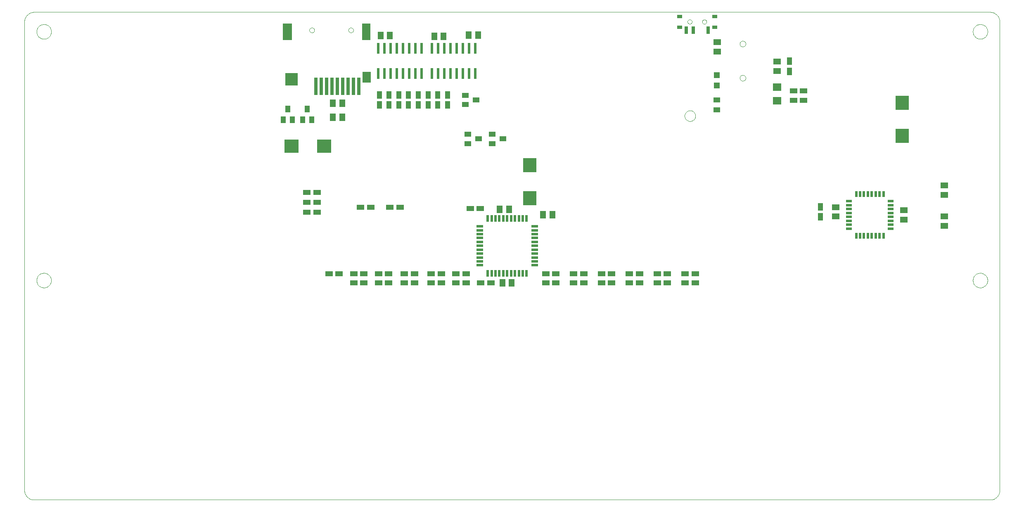
<source format=gtp>
G75*
G70*
%OFA0B0*%
%FSLAX24Y24*%
%IPPOS*%
%LPD*%
%AMOC8*
5,1,8,0,0,1.08239X$1,22.5*
%
%ADD10C,0.0000*%
%ADD11R,0.0276X0.1417*%
%ADD12R,0.0984X0.0984*%
%ADD13R,0.0709X0.0886*%
%ADD14R,0.0709X0.1378*%
%ADD15R,0.0748X0.1378*%
%ADD16R,0.0200X0.0580*%
%ADD17R,0.0580X0.0200*%
%ADD18R,0.0591X0.0394*%
%ADD19R,0.0394X0.0591*%
%ADD20R,0.0512X0.0591*%
%ADD21R,0.0394X0.0551*%
%ADD22R,0.0551X0.0394*%
%ADD23R,0.0591X0.0512*%
%ADD24R,0.0236X0.0866*%
%ADD25R,0.0500X0.0220*%
%ADD26R,0.0220X0.0500*%
%ADD27R,0.0709X0.0630*%
%ADD28R,0.0276X0.0591*%
%ADD29R,0.0394X0.0315*%
%ADD30R,0.1063X0.1161*%
%ADD31R,0.1161X0.1063*%
%ADD32R,0.0472X0.0472*%
%ADD33R,0.0551X0.0433*%
D10*
X000927Y000100D02*
X078093Y000100D01*
X078147Y000102D01*
X078200Y000107D01*
X078253Y000116D01*
X078305Y000129D01*
X078357Y000145D01*
X078407Y000165D01*
X078455Y000188D01*
X078502Y000215D01*
X078547Y000244D01*
X078590Y000277D01*
X078630Y000312D01*
X078668Y000350D01*
X078703Y000390D01*
X078736Y000433D01*
X078765Y000478D01*
X078792Y000525D01*
X078815Y000573D01*
X078835Y000623D01*
X078851Y000675D01*
X078864Y000727D01*
X078873Y000780D01*
X078878Y000833D01*
X078880Y000887D01*
X078880Y038683D01*
X078878Y038737D01*
X078873Y038790D01*
X078864Y038843D01*
X078851Y038895D01*
X078835Y038947D01*
X078815Y038997D01*
X078792Y039045D01*
X078765Y039092D01*
X078736Y039137D01*
X078703Y039180D01*
X078668Y039220D01*
X078630Y039258D01*
X078590Y039293D01*
X078547Y039326D01*
X078502Y039355D01*
X078455Y039382D01*
X078407Y039405D01*
X078357Y039425D01*
X078305Y039441D01*
X078253Y039454D01*
X078200Y039463D01*
X078147Y039468D01*
X078093Y039470D01*
X000927Y039470D01*
X000873Y039468D01*
X000820Y039463D01*
X000767Y039454D01*
X000715Y039441D01*
X000663Y039425D01*
X000613Y039405D01*
X000565Y039382D01*
X000518Y039355D01*
X000473Y039326D01*
X000430Y039293D01*
X000390Y039258D01*
X000352Y039220D01*
X000317Y039180D01*
X000284Y039137D01*
X000255Y039092D01*
X000228Y039045D01*
X000205Y038997D01*
X000185Y038947D01*
X000169Y038895D01*
X000156Y038843D01*
X000147Y038790D01*
X000142Y038737D01*
X000140Y038683D01*
X000140Y000887D01*
X000142Y000833D01*
X000147Y000780D01*
X000156Y000727D01*
X000169Y000675D01*
X000185Y000623D01*
X000205Y000573D01*
X000228Y000525D01*
X000255Y000478D01*
X000284Y000433D01*
X000317Y000390D01*
X000352Y000350D01*
X000390Y000312D01*
X000430Y000277D01*
X000473Y000244D01*
X000518Y000215D01*
X000565Y000188D01*
X000613Y000165D01*
X000663Y000145D01*
X000715Y000129D01*
X000767Y000116D01*
X000820Y000107D01*
X000873Y000102D01*
X000927Y000100D01*
X001124Y017817D02*
X001126Y017865D01*
X001132Y017913D01*
X001142Y017960D01*
X001155Y018006D01*
X001173Y018051D01*
X001193Y018095D01*
X001218Y018137D01*
X001246Y018176D01*
X001276Y018213D01*
X001310Y018247D01*
X001347Y018279D01*
X001385Y018308D01*
X001426Y018333D01*
X001469Y018355D01*
X001514Y018373D01*
X001560Y018387D01*
X001607Y018398D01*
X001655Y018405D01*
X001703Y018408D01*
X001751Y018407D01*
X001799Y018402D01*
X001847Y018393D01*
X001893Y018381D01*
X001938Y018364D01*
X001982Y018344D01*
X002024Y018321D01*
X002064Y018294D01*
X002102Y018264D01*
X002137Y018231D01*
X002169Y018195D01*
X002199Y018157D01*
X002225Y018116D01*
X002247Y018073D01*
X002267Y018029D01*
X002282Y017984D01*
X002294Y017937D01*
X002302Y017889D01*
X002306Y017841D01*
X002306Y017793D01*
X002302Y017745D01*
X002294Y017697D01*
X002282Y017650D01*
X002267Y017605D01*
X002247Y017561D01*
X002225Y017518D01*
X002199Y017477D01*
X002169Y017439D01*
X002137Y017403D01*
X002102Y017370D01*
X002064Y017340D01*
X002024Y017313D01*
X001982Y017290D01*
X001938Y017270D01*
X001893Y017253D01*
X001847Y017241D01*
X001799Y017232D01*
X001751Y017227D01*
X001703Y017226D01*
X001655Y017229D01*
X001607Y017236D01*
X001560Y017247D01*
X001514Y017261D01*
X001469Y017279D01*
X001426Y017301D01*
X001385Y017326D01*
X001347Y017355D01*
X001310Y017387D01*
X001276Y017421D01*
X001246Y017458D01*
X001218Y017497D01*
X001193Y017539D01*
X001173Y017583D01*
X001155Y017628D01*
X001142Y017674D01*
X001132Y017721D01*
X001126Y017769D01*
X001124Y017817D01*
X001124Y037895D02*
X001126Y037943D01*
X001132Y037991D01*
X001142Y038038D01*
X001155Y038084D01*
X001173Y038129D01*
X001193Y038173D01*
X001218Y038215D01*
X001246Y038254D01*
X001276Y038291D01*
X001310Y038325D01*
X001347Y038357D01*
X001385Y038386D01*
X001426Y038411D01*
X001469Y038433D01*
X001514Y038451D01*
X001560Y038465D01*
X001607Y038476D01*
X001655Y038483D01*
X001703Y038486D01*
X001751Y038485D01*
X001799Y038480D01*
X001847Y038471D01*
X001893Y038459D01*
X001938Y038442D01*
X001982Y038422D01*
X002024Y038399D01*
X002064Y038372D01*
X002102Y038342D01*
X002137Y038309D01*
X002169Y038273D01*
X002199Y038235D01*
X002225Y038194D01*
X002247Y038151D01*
X002267Y038107D01*
X002282Y038062D01*
X002294Y038015D01*
X002302Y037967D01*
X002306Y037919D01*
X002306Y037871D01*
X002302Y037823D01*
X002294Y037775D01*
X002282Y037728D01*
X002267Y037683D01*
X002247Y037639D01*
X002225Y037596D01*
X002199Y037555D01*
X002169Y037517D01*
X002137Y037481D01*
X002102Y037448D01*
X002064Y037418D01*
X002024Y037391D01*
X001982Y037368D01*
X001938Y037348D01*
X001893Y037331D01*
X001847Y037319D01*
X001799Y037310D01*
X001751Y037305D01*
X001703Y037304D01*
X001655Y037307D01*
X001607Y037314D01*
X001560Y037325D01*
X001514Y037339D01*
X001469Y037357D01*
X001426Y037379D01*
X001385Y037404D01*
X001347Y037433D01*
X001310Y037465D01*
X001276Y037499D01*
X001246Y037536D01*
X001218Y037575D01*
X001193Y037617D01*
X001173Y037661D01*
X001155Y037706D01*
X001142Y037752D01*
X001132Y037799D01*
X001126Y037847D01*
X001124Y037895D01*
X023152Y038013D02*
X023154Y038040D01*
X023160Y038067D01*
X023169Y038093D01*
X023182Y038117D01*
X023198Y038140D01*
X023217Y038159D01*
X023239Y038176D01*
X023263Y038190D01*
X023288Y038200D01*
X023315Y038207D01*
X023342Y038210D01*
X023370Y038209D01*
X023397Y038204D01*
X023423Y038196D01*
X023447Y038184D01*
X023470Y038168D01*
X023491Y038150D01*
X023508Y038129D01*
X023523Y038105D01*
X023534Y038080D01*
X023542Y038054D01*
X023546Y038027D01*
X023546Y037999D01*
X023542Y037972D01*
X023534Y037946D01*
X023523Y037921D01*
X023508Y037897D01*
X023491Y037876D01*
X023470Y037858D01*
X023448Y037842D01*
X023423Y037830D01*
X023397Y037822D01*
X023370Y037817D01*
X023342Y037816D01*
X023315Y037819D01*
X023288Y037826D01*
X023263Y037836D01*
X023239Y037850D01*
X023217Y037867D01*
X023198Y037886D01*
X023182Y037909D01*
X023169Y037933D01*
X023160Y037959D01*
X023154Y037986D01*
X023152Y038013D01*
X026301Y038013D02*
X026303Y038040D01*
X026309Y038067D01*
X026318Y038093D01*
X026331Y038117D01*
X026347Y038140D01*
X026366Y038159D01*
X026388Y038176D01*
X026412Y038190D01*
X026437Y038200D01*
X026464Y038207D01*
X026491Y038210D01*
X026519Y038209D01*
X026546Y038204D01*
X026572Y038196D01*
X026596Y038184D01*
X026619Y038168D01*
X026640Y038150D01*
X026657Y038129D01*
X026672Y038105D01*
X026683Y038080D01*
X026691Y038054D01*
X026695Y038027D01*
X026695Y037999D01*
X026691Y037972D01*
X026683Y037946D01*
X026672Y037921D01*
X026657Y037897D01*
X026640Y037876D01*
X026619Y037858D01*
X026597Y037842D01*
X026572Y037830D01*
X026546Y037822D01*
X026519Y037817D01*
X026491Y037816D01*
X026464Y037819D01*
X026437Y037826D01*
X026412Y037836D01*
X026388Y037850D01*
X026366Y037867D01*
X026347Y037886D01*
X026331Y037909D01*
X026318Y037933D01*
X026309Y037959D01*
X026303Y037986D01*
X026301Y038013D01*
X053678Y038691D02*
X053680Y038717D01*
X053686Y038743D01*
X053696Y038768D01*
X053709Y038791D01*
X053725Y038811D01*
X053745Y038829D01*
X053767Y038844D01*
X053790Y038856D01*
X053816Y038864D01*
X053842Y038868D01*
X053868Y038868D01*
X053894Y038864D01*
X053920Y038856D01*
X053944Y038844D01*
X053965Y038829D01*
X053985Y038811D01*
X054001Y038791D01*
X054014Y038768D01*
X054024Y038743D01*
X054030Y038717D01*
X054032Y038691D01*
X054030Y038665D01*
X054024Y038639D01*
X054014Y038614D01*
X054001Y038591D01*
X053985Y038571D01*
X053965Y038553D01*
X053943Y038538D01*
X053920Y038526D01*
X053894Y038518D01*
X053868Y038514D01*
X053842Y038514D01*
X053816Y038518D01*
X053790Y038526D01*
X053766Y038538D01*
X053745Y038553D01*
X053725Y038571D01*
X053709Y038591D01*
X053696Y038614D01*
X053686Y038639D01*
X053680Y038665D01*
X053678Y038691D01*
X054859Y038691D02*
X054861Y038717D01*
X054867Y038743D01*
X054877Y038768D01*
X054890Y038791D01*
X054906Y038811D01*
X054926Y038829D01*
X054948Y038844D01*
X054971Y038856D01*
X054997Y038864D01*
X055023Y038868D01*
X055049Y038868D01*
X055075Y038864D01*
X055101Y038856D01*
X055125Y038844D01*
X055146Y038829D01*
X055166Y038811D01*
X055182Y038791D01*
X055195Y038768D01*
X055205Y038743D01*
X055211Y038717D01*
X055213Y038691D01*
X055211Y038665D01*
X055205Y038639D01*
X055195Y038614D01*
X055182Y038591D01*
X055166Y038571D01*
X055146Y038553D01*
X055124Y038538D01*
X055101Y038526D01*
X055075Y038518D01*
X055049Y038514D01*
X055023Y038514D01*
X054997Y038518D01*
X054971Y038526D01*
X054947Y038538D01*
X054926Y038553D01*
X054906Y038571D01*
X054890Y038591D01*
X054877Y038614D01*
X054867Y038639D01*
X054861Y038665D01*
X054859Y038691D01*
X057896Y036911D02*
X057898Y036941D01*
X057904Y036971D01*
X057913Y037000D01*
X057926Y037027D01*
X057943Y037052D01*
X057962Y037075D01*
X057985Y037096D01*
X058010Y037113D01*
X058036Y037127D01*
X058065Y037137D01*
X058094Y037144D01*
X058124Y037147D01*
X058155Y037146D01*
X058185Y037141D01*
X058214Y037132D01*
X058241Y037120D01*
X058267Y037105D01*
X058291Y037086D01*
X058312Y037064D01*
X058330Y037040D01*
X058345Y037013D01*
X058356Y036985D01*
X058364Y036956D01*
X058368Y036926D01*
X058368Y036896D01*
X058364Y036866D01*
X058356Y036837D01*
X058345Y036809D01*
X058330Y036782D01*
X058312Y036758D01*
X058291Y036736D01*
X058267Y036717D01*
X058241Y036702D01*
X058214Y036690D01*
X058185Y036681D01*
X058155Y036676D01*
X058124Y036675D01*
X058094Y036678D01*
X058065Y036685D01*
X058036Y036695D01*
X058010Y036709D01*
X057985Y036726D01*
X057962Y036747D01*
X057943Y036770D01*
X057926Y036795D01*
X057913Y036822D01*
X057904Y036851D01*
X057898Y036881D01*
X057896Y036911D01*
X057896Y034155D02*
X057898Y034185D01*
X057904Y034215D01*
X057913Y034244D01*
X057926Y034271D01*
X057943Y034296D01*
X057962Y034319D01*
X057985Y034340D01*
X058010Y034357D01*
X058036Y034371D01*
X058065Y034381D01*
X058094Y034388D01*
X058124Y034391D01*
X058155Y034390D01*
X058185Y034385D01*
X058214Y034376D01*
X058241Y034364D01*
X058267Y034349D01*
X058291Y034330D01*
X058312Y034308D01*
X058330Y034284D01*
X058345Y034257D01*
X058356Y034229D01*
X058364Y034200D01*
X058368Y034170D01*
X058368Y034140D01*
X058364Y034110D01*
X058356Y034081D01*
X058345Y034053D01*
X058330Y034026D01*
X058312Y034002D01*
X058291Y033980D01*
X058267Y033961D01*
X058241Y033946D01*
X058214Y033934D01*
X058185Y033925D01*
X058155Y033920D01*
X058124Y033919D01*
X058094Y033922D01*
X058065Y033929D01*
X058036Y033939D01*
X058010Y033953D01*
X057985Y033970D01*
X057962Y033991D01*
X057943Y034014D01*
X057926Y034039D01*
X057913Y034066D01*
X057904Y034095D01*
X057898Y034125D01*
X057896Y034155D01*
X053443Y031093D02*
X053445Y031134D01*
X053451Y031175D01*
X053461Y031215D01*
X053474Y031254D01*
X053491Y031291D01*
X053512Y031327D01*
X053536Y031361D01*
X053563Y031392D01*
X053592Y031420D01*
X053625Y031446D01*
X053659Y031468D01*
X053696Y031487D01*
X053734Y031502D01*
X053774Y031514D01*
X053814Y031522D01*
X053855Y031526D01*
X053897Y031526D01*
X053938Y031522D01*
X053978Y031514D01*
X054018Y031502D01*
X054056Y031487D01*
X054092Y031468D01*
X054127Y031446D01*
X054160Y031420D01*
X054189Y031392D01*
X054216Y031361D01*
X054240Y031327D01*
X054261Y031291D01*
X054278Y031254D01*
X054291Y031215D01*
X054301Y031175D01*
X054307Y031134D01*
X054309Y031093D01*
X054307Y031052D01*
X054301Y031011D01*
X054291Y030971D01*
X054278Y030932D01*
X054261Y030895D01*
X054240Y030859D01*
X054216Y030825D01*
X054189Y030794D01*
X054160Y030766D01*
X054127Y030740D01*
X054093Y030718D01*
X054056Y030699D01*
X054018Y030684D01*
X053978Y030672D01*
X053938Y030664D01*
X053897Y030660D01*
X053855Y030660D01*
X053814Y030664D01*
X053774Y030672D01*
X053734Y030684D01*
X053696Y030699D01*
X053660Y030718D01*
X053625Y030740D01*
X053592Y030766D01*
X053563Y030794D01*
X053536Y030825D01*
X053512Y030859D01*
X053491Y030895D01*
X053474Y030932D01*
X053461Y030971D01*
X053451Y031011D01*
X053445Y031052D01*
X053443Y031093D01*
X076714Y037895D02*
X076716Y037943D01*
X076722Y037991D01*
X076732Y038038D01*
X076745Y038084D01*
X076763Y038129D01*
X076783Y038173D01*
X076808Y038215D01*
X076836Y038254D01*
X076866Y038291D01*
X076900Y038325D01*
X076937Y038357D01*
X076975Y038386D01*
X077016Y038411D01*
X077059Y038433D01*
X077104Y038451D01*
X077150Y038465D01*
X077197Y038476D01*
X077245Y038483D01*
X077293Y038486D01*
X077341Y038485D01*
X077389Y038480D01*
X077437Y038471D01*
X077483Y038459D01*
X077528Y038442D01*
X077572Y038422D01*
X077614Y038399D01*
X077654Y038372D01*
X077692Y038342D01*
X077727Y038309D01*
X077759Y038273D01*
X077789Y038235D01*
X077815Y038194D01*
X077837Y038151D01*
X077857Y038107D01*
X077872Y038062D01*
X077884Y038015D01*
X077892Y037967D01*
X077896Y037919D01*
X077896Y037871D01*
X077892Y037823D01*
X077884Y037775D01*
X077872Y037728D01*
X077857Y037683D01*
X077837Y037639D01*
X077815Y037596D01*
X077789Y037555D01*
X077759Y037517D01*
X077727Y037481D01*
X077692Y037448D01*
X077654Y037418D01*
X077614Y037391D01*
X077572Y037368D01*
X077528Y037348D01*
X077483Y037331D01*
X077437Y037319D01*
X077389Y037310D01*
X077341Y037305D01*
X077293Y037304D01*
X077245Y037307D01*
X077197Y037314D01*
X077150Y037325D01*
X077104Y037339D01*
X077059Y037357D01*
X077016Y037379D01*
X076975Y037404D01*
X076937Y037433D01*
X076900Y037465D01*
X076866Y037499D01*
X076836Y037536D01*
X076808Y037575D01*
X076783Y037617D01*
X076763Y037661D01*
X076745Y037706D01*
X076732Y037752D01*
X076722Y037799D01*
X076716Y037847D01*
X076714Y037895D01*
X076714Y017817D02*
X076716Y017865D01*
X076722Y017913D01*
X076732Y017960D01*
X076745Y018006D01*
X076763Y018051D01*
X076783Y018095D01*
X076808Y018137D01*
X076836Y018176D01*
X076866Y018213D01*
X076900Y018247D01*
X076937Y018279D01*
X076975Y018308D01*
X077016Y018333D01*
X077059Y018355D01*
X077104Y018373D01*
X077150Y018387D01*
X077197Y018398D01*
X077245Y018405D01*
X077293Y018408D01*
X077341Y018407D01*
X077389Y018402D01*
X077437Y018393D01*
X077483Y018381D01*
X077528Y018364D01*
X077572Y018344D01*
X077614Y018321D01*
X077654Y018294D01*
X077692Y018264D01*
X077727Y018231D01*
X077759Y018195D01*
X077789Y018157D01*
X077815Y018116D01*
X077837Y018073D01*
X077857Y018029D01*
X077872Y017984D01*
X077884Y017937D01*
X077892Y017889D01*
X077896Y017841D01*
X077896Y017793D01*
X077892Y017745D01*
X077884Y017697D01*
X077872Y017650D01*
X077857Y017605D01*
X077837Y017561D01*
X077815Y017518D01*
X077789Y017477D01*
X077759Y017439D01*
X077727Y017403D01*
X077692Y017370D01*
X077654Y017340D01*
X077614Y017313D01*
X077572Y017290D01*
X077528Y017270D01*
X077483Y017253D01*
X077437Y017241D01*
X077389Y017232D01*
X077341Y017227D01*
X077293Y017226D01*
X077245Y017229D01*
X077197Y017236D01*
X077150Y017247D01*
X077104Y017261D01*
X077059Y017279D01*
X077016Y017301D01*
X076975Y017326D01*
X076937Y017355D01*
X076900Y017387D01*
X076866Y017421D01*
X076836Y017458D01*
X076808Y017497D01*
X076783Y017539D01*
X076763Y017583D01*
X076745Y017628D01*
X076732Y017674D01*
X076722Y017721D01*
X076716Y017769D01*
X076714Y017817D01*
D11*
X027148Y033486D03*
X026715Y033486D03*
X026282Y033486D03*
X025849Y033486D03*
X025416Y033486D03*
X024983Y033486D03*
X024549Y033486D03*
X024116Y033486D03*
X023683Y033486D03*
D12*
X021695Y034057D03*
D13*
X027778Y034204D03*
D14*
X027738Y037895D03*
D15*
X021380Y037895D03*
D16*
X037546Y022814D03*
X037856Y022814D03*
X038176Y022814D03*
X038486Y022814D03*
X038806Y022814D03*
X039116Y022814D03*
X039426Y022814D03*
X039746Y022814D03*
X040056Y022814D03*
X040376Y022814D03*
X040686Y022814D03*
X040686Y018394D03*
X040376Y018394D03*
X040056Y018394D03*
X039746Y018394D03*
X039426Y018394D03*
X039116Y018394D03*
X038806Y018394D03*
X038486Y018394D03*
X038176Y018394D03*
X037856Y018394D03*
X037546Y018394D03*
D17*
X036906Y019034D03*
X036906Y019344D03*
X036906Y019664D03*
X036906Y019974D03*
X036906Y020294D03*
X036906Y020604D03*
X036906Y020914D03*
X036906Y021234D03*
X036906Y021544D03*
X036906Y021864D03*
X036906Y022174D03*
X041326Y022174D03*
X041326Y021864D03*
X041326Y021544D03*
X041326Y021234D03*
X041326Y020914D03*
X041326Y020604D03*
X041326Y020294D03*
X041326Y019974D03*
X041326Y019664D03*
X041326Y019344D03*
X041326Y019034D03*
D18*
X042226Y018350D03*
X042226Y017600D03*
X043054Y017600D03*
X043054Y018350D03*
X044476Y018350D03*
X044476Y017600D03*
X045304Y017600D03*
X045304Y018350D03*
X046726Y018350D03*
X046726Y017600D03*
X047554Y017600D03*
X047554Y018350D03*
X048976Y018350D03*
X048976Y017600D03*
X049804Y017600D03*
X049804Y018350D03*
X051226Y018350D03*
X051226Y017600D03*
X052054Y017600D03*
X052054Y018350D03*
X053476Y018350D03*
X053476Y017600D03*
X054304Y017600D03*
X054304Y018350D03*
X037804Y017600D03*
X036976Y017600D03*
X035804Y017600D03*
X035804Y018350D03*
X034976Y018350D03*
X034976Y017600D03*
X033804Y017600D03*
X033804Y018350D03*
X032976Y018350D03*
X032976Y017600D03*
X031634Y017600D03*
X031634Y018350D03*
X030806Y018350D03*
X030806Y017600D03*
X029554Y017600D03*
X029554Y018350D03*
X028726Y018350D03*
X028726Y017600D03*
X027554Y017600D03*
X027554Y018350D03*
X026726Y018350D03*
X026726Y017600D03*
X025554Y018350D03*
X024726Y018350D03*
X023783Y023328D03*
X022954Y023328D03*
X022954Y024116D03*
X023783Y024116D03*
X023783Y024903D03*
X022954Y024903D03*
X027285Y023722D03*
X028113Y023722D03*
X029647Y023722D03*
X030476Y023722D03*
X036126Y023620D03*
X036954Y023620D03*
X062226Y032350D03*
X062226Y033100D03*
X063054Y033100D03*
X063054Y032350D03*
D19*
X061890Y034686D03*
X061890Y035514D03*
X064390Y023764D03*
X064390Y022936D03*
X034299Y031969D03*
X033512Y031969D03*
X032725Y031969D03*
X031937Y031969D03*
X031150Y031969D03*
X030362Y031969D03*
X029575Y031969D03*
X028788Y031969D03*
X028788Y032798D03*
X029575Y032798D03*
X030362Y032798D03*
X031150Y032798D03*
X031937Y032798D03*
X032725Y032798D03*
X033512Y032798D03*
X034299Y032798D03*
D20*
X033979Y037502D03*
X033231Y037502D03*
X036016Y037600D03*
X036764Y037600D03*
X029648Y037582D03*
X028900Y037582D03*
X025794Y032100D03*
X025046Y032100D03*
X025046Y030980D03*
X025794Y030980D03*
X038516Y023563D03*
X039264Y023563D03*
X042016Y023100D03*
X042764Y023100D03*
X039474Y017620D03*
X038726Y017620D03*
D21*
X023349Y030769D03*
X022601Y030769D03*
X021774Y030769D03*
X021026Y030769D03*
X021400Y031635D03*
X022975Y031635D03*
D22*
X035731Y032009D03*
X036597Y032383D03*
X035731Y032757D03*
X035927Y029608D03*
X036794Y029234D03*
X035927Y028860D03*
X037896Y028860D03*
X037896Y029608D03*
X038762Y029234D03*
D23*
X056060Y036286D03*
X056060Y037034D03*
X060890Y035474D03*
X060890Y034726D03*
X074390Y025474D03*
X074390Y024726D03*
X074390Y022974D03*
X074390Y022226D03*
X071140Y022726D03*
X071140Y023474D03*
X065640Y023724D03*
X065640Y022976D03*
D24*
X036536Y034509D03*
X036036Y034509D03*
X035536Y034509D03*
X035036Y034509D03*
X034536Y034509D03*
X034036Y034509D03*
X033536Y034509D03*
X033036Y034509D03*
X032205Y034509D03*
X031705Y034509D03*
X031205Y034509D03*
X030705Y034509D03*
X030205Y034509D03*
X029705Y034509D03*
X029205Y034509D03*
X028705Y034509D03*
X028705Y036557D03*
X029205Y036557D03*
X029705Y036557D03*
X030205Y036557D03*
X030705Y036557D03*
X031205Y036557D03*
X031705Y036557D03*
X032205Y036557D03*
X033036Y036557D03*
X033536Y036557D03*
X034036Y036557D03*
X034536Y036557D03*
X035036Y036557D03*
X035536Y036557D03*
X036036Y036557D03*
X036536Y036557D03*
D25*
X066700Y024202D03*
X066700Y023887D03*
X066700Y023572D03*
X066700Y023257D03*
X066700Y022943D03*
X066700Y022628D03*
X066700Y022313D03*
X066700Y021998D03*
X070080Y021998D03*
X070080Y022313D03*
X070080Y022628D03*
X070080Y022943D03*
X070080Y023257D03*
X070080Y023572D03*
X070080Y023887D03*
X070080Y024202D03*
D26*
X069492Y024790D03*
X069177Y024790D03*
X068862Y024790D03*
X068547Y024790D03*
X068233Y024790D03*
X067918Y024790D03*
X067603Y024790D03*
X067288Y024790D03*
X067288Y021410D03*
X067603Y021410D03*
X067918Y021410D03*
X068233Y021410D03*
X068547Y021410D03*
X068862Y021410D03*
X069177Y021410D03*
X069492Y021410D03*
D27*
X060890Y032299D03*
X060890Y033401D03*
D28*
X055331Y038002D03*
X054150Y038002D03*
X053560Y038002D03*
D29*
X053028Y038257D03*
X053028Y039124D03*
X055863Y039124D03*
X055863Y038257D03*
D30*
X071006Y032137D03*
X071006Y029480D03*
X040940Y027109D03*
X040940Y024451D03*
D31*
X024349Y028650D03*
X021691Y028650D03*
D32*
X056046Y033545D03*
X056046Y034372D03*
D33*
X056046Y032383D03*
X056046Y031596D03*
M02*

</source>
